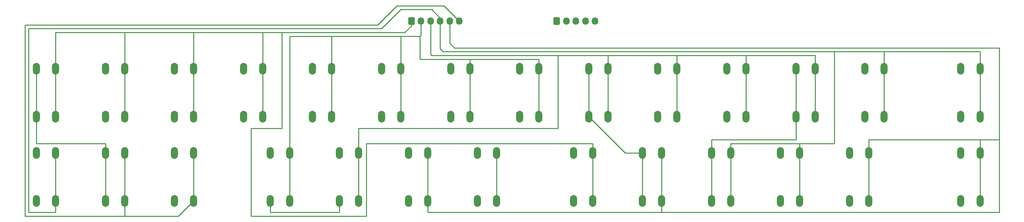
<source format=gbr>
%TF.GenerationSoftware,KiCad,Pcbnew,(6.0.8)*%
%TF.CreationDate,2022-12-29T19:12:47+02:00*%
%TF.ProjectId,mahjong_control_panel,6d61686a-6f6e-4675-9f63-6f6e74726f6c,rev?*%
%TF.SameCoordinates,Original*%
%TF.FileFunction,Copper,L1,Top*%
%TF.FilePolarity,Positive*%
%FSLAX46Y46*%
G04 Gerber Fmt 4.6, Leading zero omitted, Abs format (unit mm)*
G04 Created by KiCad (PCBNEW (6.0.8)) date 2022-12-29 19:12:47*
%MOMM*%
%LPD*%
G01*
G04 APERTURE LIST*
G04 Aperture macros list*
%AMRoundRect*
0 Rectangle with rounded corners*
0 $1 Rounding radius*
0 $2 $3 $4 $5 $6 $7 $8 $9 X,Y pos of 4 corners*
0 Add a 4 corners polygon primitive as box body*
4,1,4,$2,$3,$4,$5,$6,$7,$8,$9,$2,$3,0*
0 Add four circle primitives for the rounded corners*
1,1,$1+$1,$2,$3*
1,1,$1+$1,$4,$5*
1,1,$1+$1,$6,$7*
1,1,$1+$1,$8,$9*
0 Add four rect primitives between the rounded corners*
20,1,$1+$1,$2,$3,$4,$5,0*
20,1,$1+$1,$4,$5,$6,$7,0*
20,1,$1+$1,$6,$7,$8,$9,0*
20,1,$1+$1,$8,$9,$2,$3,0*%
G04 Aperture macros list end*
%TA.AperFunction,ComponentPad*%
%ADD10O,1.850000X3.048000*%
%TD*%
%TA.AperFunction,ComponentPad*%
%ADD11RoundRect,0.250000X-0.600000X-0.725000X0.600000X-0.725000X0.600000X0.725000X-0.600000X0.725000X0*%
%TD*%
%TA.AperFunction,ComponentPad*%
%ADD12O,1.700000X1.950000*%
%TD*%
%TA.AperFunction,Conductor*%
%ADD13C,0.250000*%
%TD*%
G04 APERTURE END LIST*
D10*
%TO.P,H,1,C*%
%TO.N,COM3-10*%
X153000000Y-42500000D03*
X153000000Y-55000000D03*
%TO.P,H,2,D*%
%TO.N,KEY1-5*%
X158000000Y-55000000D03*
X158000000Y-42500000D03*
%TD*%
%TO.P,C,1,C*%
%TO.N,COM2-6*%
X63000000Y-55000000D03*
X63000000Y-42500000D03*
%TO.P,C,2,D*%
%TO.N,KEY0-4*%
X68000000Y-42500000D03*
X68000000Y-55000000D03*
%TD*%
%TO.P,I,1,C*%
%TO.N,COM0-3*%
X171000000Y-55000000D03*
X171000000Y-42500000D03*
%TO.P,I,2,D*%
%TO.N,KEY2-8*%
X176000000Y-55000000D03*
X176000000Y-42500000D03*
%TD*%
%TO.P,RIICHI,1,C*%
%TO.N,COM1-2*%
X239000000Y-77000000D03*
X239000000Y-64500000D03*
%TO.P,RIICHI,2,D*%
%TO.N,KEY4-11*%
X244000000Y-77000000D03*
X244000000Y-64500000D03*
%TD*%
%TO.P,RON,1,C*%
%TO.N,COM2-6*%
X268000000Y-64500000D03*
X268000000Y-77000000D03*
%TO.P,RON,2,D*%
%TO.N,KEY4-11*%
X273000000Y-77000000D03*
X273000000Y-64500000D03*
%TD*%
%TO.P,KAN,1,C*%
%TO.N,COM0-3*%
X185000000Y-77000000D03*
X185000000Y-64500000D03*
%TO.P,KAN,2,D*%
%TO.N,KEY4-11*%
X190000000Y-64500000D03*
X190000000Y-77000000D03*
%TD*%
%TO.P,LAST,1,C*%
%TO.N,COM4-7*%
X167000000Y-64500000D03*
X167000000Y-77000000D03*
%TO.P,LAST,2,D*%
%TO.N,KEY0-4*%
X172000000Y-64500000D03*
X172000000Y-77000000D03*
%TD*%
%TO.P,D,1,C*%
%TO.N,COM3-10*%
X81000000Y-55000000D03*
X81000000Y-42500000D03*
%TO.P,D,2,D*%
%TO.N,KEY0-4*%
X86000000Y-55000000D03*
X86000000Y-42500000D03*
%TD*%
%TO.P,K,1,C*%
%TO.N,COM2-6*%
X207000000Y-55000000D03*
X207000000Y-42500000D03*
%TO.P,K,2,D*%
%TO.N,KEY2-8*%
X212000000Y-55000000D03*
X212000000Y-42500000D03*
%TD*%
%TO.P,PON,1,C*%
%TO.N,COM3-10*%
X203000000Y-77000000D03*
X203000000Y-64500000D03*
%TO.P,PON,2,D*%
%TO.N,KEY3-9*%
X208000000Y-77000000D03*
X208000000Y-64500000D03*
%TD*%
%TO.P,BIG,1,C*%
%TO.N,COM4-7*%
X124000000Y-64500000D03*
X124000000Y-77000000D03*
%TO.P,BIG,2,D*%
%TO.N,KEY4-11*%
X129000000Y-77000000D03*
X129000000Y-64500000D03*
%TD*%
%TO.P,N,1,C*%
%TO.N,COM1-2*%
X268000000Y-42500000D03*
X268000000Y-55000000D03*
%TO.P,N,2,D*%
%TO.N,KEY3-9*%
X273000000Y-42500000D03*
X273000000Y-55000000D03*
%TD*%
%TO.P,F,1,C*%
%TO.N,COM1-2*%
X117000000Y-42500000D03*
X117000000Y-55000000D03*
%TO.P,F,2,D*%
%TO.N,KEY1-5*%
X122000000Y-55000000D03*
X122000000Y-42500000D03*
%TD*%
%TO.P,TAKE,1,C*%
%TO.N,COM4-7*%
X88000000Y-64500000D03*
X88000000Y-77000000D03*
%TO.P,TAKE,2,D*%
%TO.N,KEY1-5*%
X93000000Y-77000000D03*
X93000000Y-64500000D03*
%TD*%
%TO.P,G,1,C*%
%TO.N,COM2-6*%
X135000000Y-42500000D03*
X135000000Y-55000000D03*
%TO.P,G,2,D*%
%TO.N,KEY1-5*%
X140000000Y-55000000D03*
X140000000Y-42500000D03*
%TD*%
%TO.P,BET,1,C*%
%TO.N,COM1-2*%
X63000000Y-64500000D03*
X63000000Y-77000000D03*
%TO.P,BET,2,D*%
%TO.N,KEY5-1*%
X68000000Y-64500000D03*
X68000000Y-77000000D03*
%TD*%
D11*
%TO.P,J2 KEY,1,Pin_1*%
%TO.N,KEY0-4*%
X124750000Y-30000000D03*
D12*
%TO.P,J2 KEY,2,Pin_2*%
%TO.N,KEY1-5*%
X127250000Y-30000000D03*
%TO.P,J2 KEY,3,Pin_3*%
%TO.N,KEY2-8*%
X129750000Y-30000000D03*
%TO.P,J2 KEY,4,Pin_4*%
%TO.N,KEY3-9*%
X132250000Y-30000000D03*
%TO.P,J2 KEY,5,Pin_5*%
%TO.N,KEY4-11*%
X134750000Y-30000000D03*
%TO.P,J2 KEY,6,Pin_6*%
%TO.N,KEY5-1*%
X137250000Y-30000000D03*
%TD*%
D10*
%TO.P,F.F.,1,C*%
%TO.N,COM4-7*%
X27000000Y-64500000D03*
X27000000Y-77000000D03*
%TO.P,F.F.,2,D*%
%TO.N,KEY3-9*%
X32000000Y-64500000D03*
X32000000Y-77000000D03*
%TD*%
%TO.P,WUP,1,C*%
%TO.N,COM4-7*%
X106000000Y-77000000D03*
X106000000Y-64500000D03*
%TO.P,WUP,2,D*%
%TO.N,KEY2-8*%
X111000000Y-77000000D03*
X111000000Y-64500000D03*
%TD*%
%TO.P,START,1,C*%
%TO.N,COM0-3*%
X45000000Y-77000000D03*
X45000000Y-64500000D03*
%TO.P,START,2,D*%
%TO.N,KEY5-1*%
X50000000Y-64500000D03*
X50000000Y-77000000D03*
%TD*%
%TO.P,M,1,C*%
%TO.N,COM0-3*%
X243000000Y-55000000D03*
X243000000Y-42500000D03*
%TO.P,M,2,D*%
%TO.N,KEY3-9*%
X248000000Y-42500000D03*
X248000000Y-55000000D03*
%TD*%
%TO.P,L,1,C*%
%TO.N,COM3-10*%
X225000000Y-42500000D03*
X225000000Y-55000000D03*
%TO.P,L,2,D*%
%TO.N,KEY2-8*%
X230000000Y-42500000D03*
X230000000Y-55000000D03*
%TD*%
%TO.P,CHI,1,C*%
%TO.N,COM2-6*%
X221000000Y-77000000D03*
X221000000Y-64500000D03*
%TO.P,CHI,2,D*%
%TO.N,KEY3-9*%
X226000000Y-64500000D03*
X226000000Y-77000000D03*
%TD*%
%TO.P,B,1,C*%
%TO.N,COM1-2*%
X45000000Y-42500000D03*
X45000000Y-55000000D03*
%TO.P,B,2,D*%
%TO.N,KEY0-4*%
X50000000Y-42500000D03*
X50000000Y-55000000D03*
%TD*%
%TO.P,A,1,C*%
%TO.N,COM0-3*%
X27000000Y-55000000D03*
X27000000Y-42500000D03*
%TO.P,A,2,D*%
%TO.N,KEY0-4*%
X32000000Y-55000000D03*
X32000000Y-42500000D03*
%TD*%
D11*
%TO.P,J1 COM,1,Pin_1*%
%TO.N,COM0-3*%
X162650000Y-30000000D03*
D12*
%TO.P,J1 COM,2,Pin_2*%
%TO.N,COM1-2*%
X165150000Y-30000000D03*
%TO.P,J1 COM,3,Pin_3*%
%TO.N,COM2-6*%
X167650000Y-30000000D03*
%TO.P,J1 COM,4,Pin_4*%
%TO.N,COM3-10*%
X170150000Y-30000000D03*
%TO.P,J1 COM,5,Pin_5*%
%TO.N,COM4-7*%
X172650000Y-30000000D03*
%TD*%
D10*
%TO.P,E,1,C*%
%TO.N,COM0-3*%
X99000000Y-55000000D03*
X99000000Y-42500000D03*
%TO.P,E,2,D*%
%TO.N,KEY1-5*%
X104000000Y-55000000D03*
X104000000Y-42500000D03*
%TD*%
%TO.P,SMALL,1,C*%
%TO.N,COM4-7*%
X142000000Y-64500000D03*
X142000000Y-77000000D03*
%TO.P,SMALL,2,D*%
%TO.N,KEY5-1*%
X147000000Y-64500000D03*
X147000000Y-77000000D03*
%TD*%
%TO.P,J,1,C*%
%TO.N,COM1-2*%
X189000000Y-42500000D03*
X189000000Y-55000000D03*
%TO.P,J,2,D*%
%TO.N,KEY2-8*%
X194000000Y-42500000D03*
X194000000Y-55000000D03*
%TD*%
D13*
%TO.N,COM0-3*%
X27000000Y-55000000D02*
X27000000Y-42500000D01*
X171000000Y-42500000D02*
X171000000Y-55000000D01*
X180500000Y-64500000D02*
X171000000Y-55000000D01*
X45000000Y-77000000D02*
X45000000Y-64500000D01*
X45000000Y-62000000D02*
X27000000Y-62000000D01*
X185000000Y-64500000D02*
X185000000Y-77000000D01*
X185000000Y-64500000D02*
X180500000Y-64500000D01*
X27000000Y-62000000D02*
X27000000Y-55000000D01*
X45000000Y-64500000D02*
X45000000Y-62000000D01*
%TO.N,COM3-10*%
X203000000Y-61000000D02*
X225000000Y-61000000D01*
X203000000Y-64500000D02*
X203000000Y-61000000D01*
X225000000Y-61000000D02*
X225000000Y-55000000D01*
X203000000Y-64500000D02*
X203000000Y-77000000D01*
X225000000Y-55000000D02*
X225000000Y-42500000D01*
%TO.N,COM4-7*%
X106000000Y-80000000D02*
X106000000Y-77000000D01*
X88000000Y-80000000D02*
X106000000Y-80000000D01*
X88000000Y-77000000D02*
X88000000Y-80000000D01*
%TO.N,KEY0-4*%
X91000000Y-33000000D02*
X123000000Y-33000000D01*
X113000000Y-81000000D02*
X83000000Y-81000000D01*
X123000000Y-33000000D02*
X124750000Y-31250000D01*
X50000000Y-42500000D02*
X50000000Y-33000000D01*
X68000000Y-33000000D02*
X78000000Y-33000000D01*
X83000000Y-81000000D02*
X83000000Y-58000000D01*
X124750000Y-31250000D02*
X124750000Y-30000000D01*
X50000000Y-55000000D02*
X50000000Y-42500000D01*
X172000000Y-64500000D02*
X172000000Y-77000000D01*
X89000000Y-33000000D02*
X91000000Y-33000000D01*
X56000000Y-33000000D02*
X78000000Y-33000000D01*
X91000000Y-58000000D02*
X91000000Y-33000000D01*
X78000000Y-33000000D02*
X89000000Y-33000000D01*
X86000000Y-42500000D02*
X86000000Y-33000000D01*
X172000000Y-64500000D02*
X172000000Y-62000000D01*
X86000000Y-55000000D02*
X86000000Y-42500000D01*
X86000000Y-33000000D02*
X89000000Y-33000000D01*
X172000000Y-62000000D02*
X113000000Y-62000000D01*
X50000000Y-33000000D02*
X56000000Y-33000000D01*
X113000000Y-62000000D02*
X113000000Y-81000000D01*
X68000000Y-42500000D02*
X68000000Y-33000000D01*
X32000000Y-55000000D02*
X32000000Y-42500000D01*
X32000000Y-33000000D02*
X56000000Y-33000000D01*
X32000000Y-42500000D02*
X32000000Y-33000000D01*
X68000000Y-55000000D02*
X68000000Y-42500000D01*
X83000000Y-58000000D02*
X91000000Y-58000000D01*
%TO.N,KEY1-5*%
X104000000Y-55000000D02*
X104000000Y-42500000D01*
X104000000Y-34000000D02*
X127000000Y-34000000D01*
X93000000Y-64500000D02*
X93000000Y-34000000D01*
X93000000Y-34000000D02*
X104000000Y-34000000D01*
X140000000Y-55000000D02*
X140000000Y-42500000D01*
X140000000Y-42500000D02*
X140000000Y-40000000D01*
X158000000Y-42500000D02*
X158000000Y-40000000D01*
X127000000Y-40000000D02*
X127000000Y-34000000D01*
X127000000Y-34000000D02*
X127250000Y-33750000D01*
X158000000Y-55000000D02*
X158000000Y-42500000D01*
X93000000Y-77000000D02*
X93000000Y-64500000D01*
X104000000Y-42500000D02*
X104000000Y-34000000D01*
X127250000Y-33750000D02*
X127250000Y-30000000D01*
X140000000Y-40000000D02*
X127000000Y-40000000D01*
X122000000Y-55000000D02*
X122000000Y-42500000D01*
X122000000Y-42500000D02*
X122000000Y-34000000D01*
X158000000Y-40000000D02*
X140000000Y-40000000D01*
%TO.N,KEY2-8*%
X111000000Y-59000000D02*
X111000000Y-58000000D01*
X194000000Y-55000000D02*
X194000000Y-42500000D01*
X129750000Y-38750000D02*
X129750000Y-30000000D01*
X230000000Y-42500000D02*
X230000000Y-39000000D01*
X212000000Y-55000000D02*
X212000000Y-42500000D01*
X130000000Y-39000000D02*
X129750000Y-38750000D01*
X212000000Y-39000000D02*
X194000000Y-39000000D01*
X176000000Y-55000000D02*
X176000000Y-42500000D01*
X111000000Y-58000000D02*
X163000000Y-58000000D01*
X194000000Y-42500000D02*
X194000000Y-39000000D01*
X230000000Y-39000000D02*
X212000000Y-39000000D01*
X230000000Y-55000000D02*
X230000000Y-42500000D01*
X176000000Y-42500000D02*
X176000000Y-39000000D01*
X111000000Y-77000000D02*
X111000000Y-64500000D01*
X194000000Y-39000000D02*
X176000000Y-39000000D01*
X176000000Y-39000000D02*
X130000000Y-39000000D01*
X111000000Y-64500000D02*
X111000000Y-59000000D01*
X163000000Y-58000000D02*
X163000000Y-39000000D01*
X212000000Y-42500000D02*
X212000000Y-39000000D01*
%TO.N,KEY3-9*%
X117000000Y-32000000D02*
X122000000Y-27000000D01*
X32000000Y-80000000D02*
X25000000Y-80000000D01*
X208000000Y-77000000D02*
X208000000Y-64500000D01*
X32000000Y-77000000D02*
X32000000Y-64500000D01*
X133000000Y-38000000D02*
X132250000Y-37250000D01*
X226000000Y-62000000D02*
X235000000Y-62000000D01*
X273000000Y-55000000D02*
X273000000Y-42500000D01*
X208000000Y-64500000D02*
X208000000Y-62000000D01*
X248000000Y-55000000D02*
X248000000Y-42500000D01*
X248000000Y-38000000D02*
X235000000Y-38000000D01*
X132250000Y-29250000D02*
X132250000Y-30000000D01*
X25000000Y-80000000D02*
X25000000Y-32000000D01*
X130000000Y-27000000D02*
X132250000Y-29250000D01*
X248000000Y-42500000D02*
X248000000Y-38000000D01*
X208000000Y-62000000D02*
X226000000Y-62000000D01*
X32000000Y-77000000D02*
X32000000Y-80000000D01*
X273000000Y-38000000D02*
X248000000Y-38000000D01*
X235000000Y-62000000D02*
X235000000Y-38000000D01*
X235000000Y-38000000D02*
X133000000Y-38000000D01*
X273000000Y-42500000D02*
X273000000Y-38000000D01*
X122000000Y-27000000D02*
X130000000Y-27000000D01*
X132250000Y-37250000D02*
X132250000Y-30000000D01*
X226000000Y-64500000D02*
X226000000Y-62000000D01*
X25000000Y-32000000D02*
X117000000Y-32000000D01*
X226000000Y-77000000D02*
X226000000Y-64500000D01*
%TO.N,KEY4-11*%
X244000000Y-64500000D02*
X244000000Y-61000000D01*
X273000000Y-77000000D02*
X273000000Y-64500000D01*
X136000000Y-37000000D02*
X134750000Y-35750000D01*
X191000000Y-80000000D02*
X278000000Y-80000000D01*
X190000000Y-77000000D02*
X190000000Y-80000000D01*
X273000000Y-61000000D02*
X274000000Y-61000000D01*
X129000000Y-77000000D02*
X129000000Y-80000000D01*
X244000000Y-61000000D02*
X274000000Y-61000000D01*
X278000000Y-80000000D02*
X278000000Y-61000000D01*
X278000000Y-37000000D02*
X136000000Y-37000000D01*
X278000000Y-61000000D02*
X278000000Y-37000000D01*
X190000000Y-77000000D02*
X190000000Y-64500000D01*
X134750000Y-35750000D02*
X134750000Y-30000000D01*
X274000000Y-61000000D02*
X278000000Y-61000000D01*
X244000000Y-77000000D02*
X244000000Y-64500000D01*
X129000000Y-80000000D02*
X191000000Y-80000000D01*
X129000000Y-77000000D02*
X129000000Y-64500000D01*
X273000000Y-64500000D02*
X273000000Y-61000000D01*
X190000000Y-80000000D02*
X191000000Y-80000000D01*
%TO.N,KEY5-1*%
X24000000Y-31000000D02*
X116000000Y-31000000D01*
X133250000Y-26000000D02*
X137250000Y-30000000D01*
X24000000Y-81000000D02*
X24000000Y-31000000D01*
X68000000Y-64500000D02*
X68000000Y-77000000D01*
X116000000Y-31000000D02*
X121000000Y-26000000D01*
X50000000Y-64500000D02*
X50000000Y-77000000D01*
X64000000Y-81000000D02*
X24000000Y-81000000D01*
X121000000Y-26000000D02*
X133250000Y-26000000D01*
X68000000Y-77000000D02*
X64000000Y-81000000D01*
X147000000Y-64500000D02*
X147000000Y-77000000D01*
X50000000Y-77000000D02*
X50000000Y-81000000D01*
%TD*%
M02*

</source>
